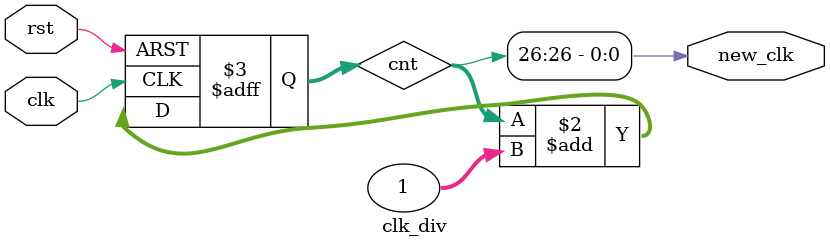
<source format=v>
`timescale 1ns / 1ps


module clk_div( input clk, input rst, output new_clk);

reg [31:0] cnt;

always @(posedge clk or posedge rst)
begin
    if (rst)
        cnt = 0;
    else
        cnt = cnt + 1;
end

assign new_clk = cnt[26];

endmodule

</source>
